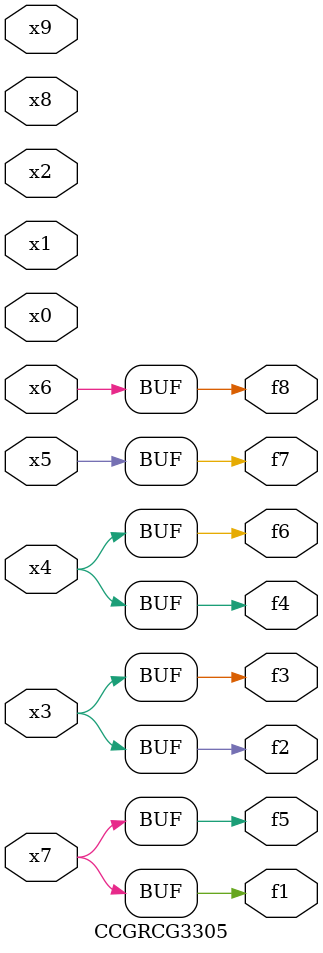
<source format=v>
module CCGRCG3305(
	input x0, x1, x2, x3, x4, x5, x6, x7, x8, x9,
	output f1, f2, f3, f4, f5, f6, f7, f8
);
	assign f1 = x7;
	assign f2 = x3;
	assign f3 = x3;
	assign f4 = x4;
	assign f5 = x7;
	assign f6 = x4;
	assign f7 = x5;
	assign f8 = x6;
endmodule

</source>
